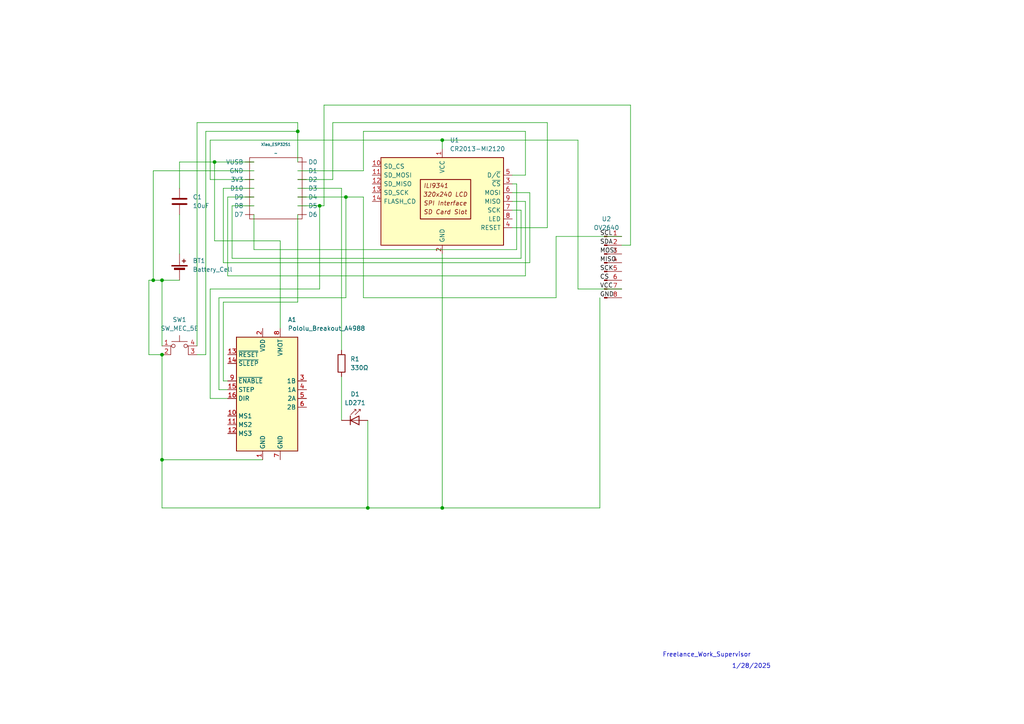
<source format=kicad_sch>
(kicad_sch (version 20231120) (generator "eeschema") (generator_version "8.0")
  (paper "A4")
  (lib_symbols
    (symbol "Connector:Conn_01x08_Pin" (pin_names (offset 1.016) hide)
      (property "Reference" "J" (at 0 10.16 0))
      (property "Value" "Conn_01x08_Pin" (at 0 -12.7 0))
      (symbol "Conn_01x08_Pin_1_1"
        (polyline (pts (xy 1.27 -10.16) (xy 0.8636 -10.16)) (stroke (width 0.1524)))
        (polyline (pts (xy 1.27 -7.62) (xy 0.8636 -7.62)) (stroke (width 0.1524)))
        (polyline (pts (xy 1.27 -5.08) (xy 0.8636 -5.08)) (stroke (width 0.1524)))
        (polyline (pts (xy 1.27 -2.54) (xy 0.8636 -2.54)) (stroke (width 0.1524)))
        (polyline (pts (xy 1.27 0) (xy 0.8636 0)) (stroke (width 0.1524)))
        (polyline (pts (xy 1.27 2.54) (xy 0.8636 2.54)) (stroke (width 0.1524)))
        (polyline (pts (xy 1.27 5.08) (xy 0.8636 5.08)) (stroke (width 0.1524)))
        (polyline (pts (xy 1.27 7.62) (xy 0.8636 7.62)) (stroke (width 0.1524)))
        (rectangle (start 0.8636 -10.033) (end 0 -10.287) (stroke (width 0.1524)) (fill (type outline)))
        (rectangle (start 0.8636 -7.493) (end 0 -7.747) (stroke (width 0.1524)) (fill (type outline)))
        (rectangle (start 0.8636 -4.953) (end 0 -5.207) (stroke (width 0.1524)) (fill (type outline)))
        (rectangle (start 0.8636 -2.413) (end 0 -2.667) (stroke (width 0.1524)) (fill (type outline)))
        (rectangle (start 0.8636 0.127) (end 0 -0.127) (stroke (width 0.1524)) (fill (type outline)))
        (rectangle (start 0.8636 2.667) (end 0 2.413) (stroke (width 0.1524)) (fill (type outline)))
        (rectangle (start 0.8636 5.207) (end 0 4.953) (stroke (width 0.1524)) (fill (type outline)))
        (rectangle (start 0.8636 7.747) (end 0 7.493) (stroke (width 0.1524)) (fill (type outline)))
        (pin passive line (at 5.08 7.62 180) (length 3.81) (name "Pin_1") (number "1"))
        (pin passive line (at 5.08 5.08 180) (length 3.81) (name "Pin_2") (number "2"))
        (pin passive line (at 5.08 2.54 180) (length 3.81) (name "Pin_3") (number "3"))
        (pin passive line (at 5.08 0 180) (length 3.81) (name "Pin_4") (number "4"))
        (pin passive line (at 5.08 -2.54 180) (length 3.81) (name "Pin_5") (number "5"))
        (pin passive line (at 5.08 -5.08 180) (length 3.81) (name "Pin_6") (number "6"))
        (pin passive line (at 5.08 -7.62 180) (length 3.81) (name "Pin_7") (number "7"))
        (pin passive line (at 5.08 -10.16 180) (length 3.81) (name "Pin_8") (number "8"))
      )
    )
    (symbol "Device:Battery_Cell" (pin_numbers hide) (pin_names (offset 0) hide)
      (property "Reference" "BT" (at 2.54 2.54 0))
      (property "Value" "Battery_Cell" (at 2.54 0 0))
      (symbol "Battery_Cell_0_1"
        (rectangle (start -2.286 1.778) (end 2.286 1.524) (fill (type outline)))
        (rectangle (start -1.524 1.016) (end 1.524 0.508) (fill (type outline)))
        (polyline (pts (xy 0 0.762) (xy 0 0)))
        (polyline (pts (xy 0 1.778) (xy 0 2.54)))
        (polyline (pts (xy 0.762 3.048) (xy 1.778 3.048)) (stroke (width 0.254)))
        (polyline (pts (xy 1.27 3.556) (xy 1.27 2.54)) (stroke (width 0.254)))
      )
      (symbol "Battery_Cell_1_1"
        (pin passive line (at 0 5.08 270) (length 2.54) (name "+") (number "1"))
        (pin passive line (at 0 -2.54 90) (length 2.54) (name "-") (number "2"))
      )
    )
    (symbol "Device:C" (pin_numbers hide) (pin_names (offset 0.254))
      (property "Reference" "C" (at 0.635 2.54 0))
      (property "Value" "C" (at 0.635 -2.54 0))
      (symbol "C_0_1"
        (polyline (pts (xy -2.032 -0.762) (xy 2.032 -0.762)) (stroke (width 0.508)))
        (polyline (pts (xy -2.032 0.762) (xy 2.032 0.762)) (stroke (width 0.508)))
      )
      (symbol "C_1_1"
        (pin passive line (at 0 3.81 270) (length 2.794) (name "~") (number "1"))
        (pin passive line (at 0 -3.81 90) (length 2.794) (name "~") (number "2"))
      )
    )
    (symbol "Device:R" (pin_numbers hide) (pin_names (offset 0))
      (property "Reference" "R" (at 2.032 0 90))
      (property "Value" "R" (at 0 0 90))
      (symbol "R_0_1"
        (rectangle (start -1.016 -2.54) (end 1.016 2.54) (stroke (width 0.254)))
      )
      (symbol "R_1_1"
        (pin passive line (at 0 3.81 270) (length 1.27) (name "~") (number "1"))
        (pin passive line (at 0 -3.81 90) (length 1.27) (name "~") (number "2"))
      )
    )
    (symbol "Driver_Display:CR2013-MI2120" (pin_names (offset 0.762))
      (property "Reference" "U" (at -17.526 13.97 0))
      (property "Value" "CR2013-MI2120" (at 1.905 13.97 0))
      (symbol "CR2013-MI2120_0_0"
        (text "320x240 LCD" (at 0.889 2.032 0) (effects (font (size 1.27 1.27) (italic yes))))
        (text "ILI9341" (at -5.461 4.572 0) (effects (font (size 1.27 1.27) (italic yes)) (justify left)))
        (text "SD Card Slot" (at -5.461 -3.048 0) (effects (font (size 1.27 1.27) (italic yes)) (justify left)))
        (text "SPI Interface" (at -5.461 -0.508 0) (effects (font (size 1.27 1.27) (italic yes)) (justify left)))
      )
      (symbol "CR2013-MI2120_0_1"
        (rectangle (start -17.78 12.7) (end 17.78 -12.7) (stroke (width 0.254)) (fill (type background)))
        (rectangle (start -6.35 6.35) (end 8.255 -5.08) (stroke (width 0.254)))
      )
      (symbol "CR2013-MI2120_1_1"
        (pin power_in line (at 0 15.24 270) (length 2.54) (name "VCC") (number "1"))
        (pin input line (at -20.32 10.16 0) (length 2.54) (name "SD_CS") (number "10"))
        (pin input line (at -20.32 7.62 0) (length 2.54) (name "SD_MOSI") (number "11"))
        (pin output line (at -20.32 5.08 0) (length 2.54) (name "SD_MISO") (number "12"))
        (pin input line (at -20.32 2.54 0) (length 2.54) (name "SD_SCK") (number "13"))
        (pin input line (at -20.32 0 0) (length 2.54) (name "FLASH_CD") (number "14"))
        (pin power_in line (at 0 -15.24 90) (length 2.54) (name "GND") (number "2"))
        (pin input line (at 20.32 5.08 180) (length 2.54) (name "~{CS}") (number "3"))
        (pin input line (at 20.32 -7.62 180) (length 2.54) (name "RESET") (number "4"))
        (pin input line (at 20.32 7.62 180) (length 2.54) (name "D/~{C}") (number "5"))
        (pin input line (at 20.32 2.54 180) (length 2.54) (name "MOSI") (number "6"))
        (pin input line (at 20.32 -2.54 180) (length 2.54) (name "SCK") (number "7"))
        (pin input line (at 20.32 -5.08 180) (length 2.54) (name "LED") (number "8"))
        (pin output line (at 20.32 0 180) (length 2.54) (name "MISO") (number "9"))
      )
    )
    (symbol "Driver_Motor:Pololu_Breakout_A4988"
      (property "Reference" "A" (at -2.54 19.05 0))
      (property "Value" "Pololu_Breakout_A4988" (at -2.54 16.51 0))
      (symbol "Pololu_Breakout_A4988_0_1"
        (rectangle (start 10.16 -17.78) (end -7.62 15.24) (stroke (width 0.254)) (fill (type background)))
      )
      (symbol "Pololu_Breakout_A4988_1_1"
        (pin power_in line (at 0 -20.32 90) (length 2.54) (name "GND") (number "1"))
        (pin input line (at -10.16 -7.62 0) (length 2.54) (name "MS1") (number "10"))
        (pin input line (at -10.16 -10.16 0) (length 2.54) (name "MS2") (number "11"))
        (pin input line (at -10.16 -12.7 0) (length 2.54) (name "MS3") (number "12"))
        (pin input line (at -10.16 10.16 0) (length 2.54) (name "~{RESET}") (number "13"))
        (pin input line (at -10.16 7.62 0) (length 2.54) (name "~{SLEEP}") (number "14"))
        (pin input line (at -10.16 0 0) (length 2.54) (name "STEP") (number "15"))
        (pin input line (at -10.16 -2.54 0) (length 2.54) (name "DIR") (number "16"))
        (pin power_in line (at 0 17.78 270) (length 2.54) (name "VDD") (number "2"))
        (pin output line (at 12.7 2.54 180) (length 2.54) (name "1B") (number "3"))
        (pin output line (at 12.7 0 180) (length 2.54) (name "1A") (number "4"))
        (pin output line (at 12.7 -2.54 180) (length 2.54) (name "2A") (number "5"))
        (pin output line (at 12.7 -5.08 180) (length 2.54) (name "2B") (number "6"))
        (pin power_in line (at 5.08 -20.32 90) (length 2.54) (name "GND") (number "7"))
        (pin power_in line (at 5.08 17.78 270) (length 2.54) (name "VMOT") (number "8"))
        (pin input line (at -10.16 2.54 0) (length 2.54) (name "~{ENABLE}") (number "9"))
      )
    )
    (symbol "LED:LD271" (pin_numbers hide) (pin_names (offset 1.016) hide)
      (property "Reference" "D" (at 0.508 1.778 0))
      (property "Value" "LD271" (at -1.016 -2.794 0))
      (symbol "LD271_0_1"
        (polyline (pts (xy -2.54 1.27) (xy -2.54 -1.27)) (stroke (width 0.254)))
        (polyline (pts (xy 0 0) (xy -2.54 0)))
        (polyline (pts (xy 0.381 3.175) (xy -0.127 3.175)))
        (polyline (pts (xy -1.143 1.651) (xy 0.381 3.175) (xy 0.381 2.667)))
        (polyline (pts (xy 0 -1.27) (xy -2.54 0) (xy 0 1.27) (xy 0 -1.27)) (stroke (width 0.254)))
        (polyline (pts (xy -2.413 1.651) (xy -0.889 3.175) (xy -0.889 2.667) (xy -0.889 3.175) (xy -1.397 3.175)))
      )
      (symbol "LD271_1_1"
        (pin passive line (at -5.08 0 0) (length 2.54) (name "K") (number "1"))
        (pin passive line (at 2.54 0 180) (length 2.54) (name "A") (number "2"))
      )
    )
    (symbol "Switch:SW_MEC_5E" (pin_names (offset 1.016) hide)
      (property "Reference" "SW" (at 0.635 5.715 0))
      (property "Value" "SW_MEC_5E" (at 0 -3.175 0))
      (symbol "SW_MEC_5E_0_1"
        (circle (center -1.778 2.54) (radius 0.508))
        (polyline (pts (xy -2.286 3.81) (xy 2.286 3.81)))
        (polyline (pts (xy 0 3.81) (xy 0 5.588)))
        (polyline (pts (xy -2.54 0) (xy -2.54 2.54) (xy -2.286 2.54)))
        (polyline (pts (xy 2.54 0) (xy 2.54 2.54) (xy 2.286 2.54)))
        (circle (center 1.778 2.54) (radius 0.508))
        (pin passive line (at -5.08 2.54 0) (length 2.54) (name "1") (number "1"))
        (pin passive line (at -5.08 0 0) (length 2.54) (name "2") (number "2"))
        (pin passive line (at 5.08 0 180) (length 2.54) (name "K") (number "3"))
        (pin passive line (at 5.08 2.54 180) (length 2.54) (name "A") (number "4"))
      )
    )
    (symbol "xiao_esp32S3:xiao_esp32S3"
      (property "Reference" "Xiao_ESP32S3" (at -3.302 0.762 0))
      (symbol "xiao_esp32S3_0_1"
        (rectangle (start -11.43 0) (end 3.81 -17.78))
      )
      (symbol "xiao_esp32S3_1_1"
        (pin input line (at -10.16 -6.35 180) (length 2.54) (name "3V3") (number ""))
        (pin bidirectional line (at 2.54 -1.27 0) (length 2.54) (name "D0") (number ""))
        (pin bidirectional line (at 2.54 -3.81 0) (length 2.54) (name "D1") (number ""))
        (pin input line (at -10.16 -8.89 180) (length 2.54) (name "D10") (number ""))
        (pin bidirectional line (at 2.54 -6.35 0) (length 2.54) (name "D2") (number ""))
        (pin bidirectional line (at 2.54 -8.89 0) (length 2.54) (name "D3") (number ""))
        (pin bidirectional line (at 2.54 -11.43 0) (length 2.54) (name "D4") (number ""))
        (pin bidirectional line (at 2.54 -13.97 0) (length 2.54) (name "D5") (number ""))
        (pin bidirectional line (at 2.54 -16.51 0) (length 2.54) (name "D6") (number ""))
        (pin input line (at -10.16 -16.51 180) (length 2.54) (name "D7") (number ""))
        (pin input line (at -10.16 -13.97 180) (length 2.54) (name "D8") (number ""))
        (pin input line (at -10.16 -11.43 180) (length 2.54) (name "D9") (number ""))
        (pin input line (at -10.16 -3.81 180) (length 2.54) (name "GND") (number ""))
        (pin input line (at -10.16 -1.27 180) (length 2.54) (name "VUSB") (number ""))
      )
    )
  )
  (junction (at 106.68 147.32))
  (junction (at 46.99 133.35))
  (junction (at 128.27 40.64))
  (junction (at 128.27 147.32))
  (junction (at 46.99 81.28))
  (junction (at 62.23 46.99))
  (junction (at 100.33 57.15))
  (junction (at 46.99 102.87))
  (junction (at 44.45 81.28))
  (junction (at 92.71 59.69))
  (junction (at 86.36 38.1))
  (wire (pts (xy 92.71 59.69) (xy 92.71 83.82)))
  (wire (pts (xy 86.36 62.23) (xy 86.36 87.63)))
  (wire (pts (xy 148.59 50.8) (xy 152.4 50.8)))
  (wire (pts (xy 76.2 133.35) (xy 46.99 133.35)))
  (wire (pts (xy 105.41 57.15) (xy 105.41 86.36)))
  (wire (pts (xy 92.71 59.69) (xy 93.98 59.69)))
  (wire (pts (xy 182.88 30.48) (xy 182.88 71.12)))
  (wire (pts (xy 86.36 59.69) (xy 92.71 59.69)))
  (wire (pts (xy 73.66 54.61) (xy 64.77 54.61)))
  (wire (pts (xy 86.36 38.1) (xy 86.36 46.99)))
  (wire (pts (xy 86.36 52.07) (xy 96.52 52.07)))
  (wire (pts (xy 64.77 76.2) (xy 153.67 76.2)))
  (wire (pts (xy 180.34 83.82) (xy 167.64 83.82)))
  (wire (pts (xy 148.59 60.96) (xy 151.13 60.96)))
  (wire (pts (xy 106.68 147.32) (xy 128.27 147.32)))
  (wire (pts (xy 158.75 35.56) (xy 158.75 66.04)))
  (wire (pts (xy 60.96 83.82) (xy 92.71 83.82)))
  (wire (pts (xy 64.77 54.61) (xy 64.77 76.2)))
  (wire (pts (xy 96.52 35.56) (xy 158.75 35.56)))
  (wire (pts (xy 46.99 102.87) (xy 46.99 133.35)))
  (wire (pts (xy 106.68 121.92) (xy 106.68 147.32)))
  (wire (pts (xy 43.18 102.87) (xy 43.18 81.28)))
  (wire (pts (xy 153.67 76.2) (xy 153.67 55.88)))
  (wire (pts (xy 60.96 52.07) (xy 73.66 52.07)))
  (wire (pts (xy 62.23 46.99) (xy 62.23 69.85)))
  (wire (pts (xy 86.36 49.53) (xy 105.41 49.53)))
  (wire (pts (xy 152.4 80.01) (xy 152.4 58.42)))
  (wire (pts (xy 64.77 110.49) (xy 64.77 87.63)))
  (wire (pts (xy 66.04 57.15) (xy 66.04 80.01)))
  (wire (pts (xy 86.36 35.56) (xy 86.36 38.1)))
  (wire (pts (xy 64.77 87.63) (xy 86.36 87.63)))
  (wire (pts (xy 63.5 113.03) (xy 63.5 86.36)))
  (wire (pts (xy 86.36 57.15) (xy 100.33 57.15)))
  (wire (pts (xy 148.59 53.34) (xy 149.86 53.34)))
  (wire (pts (xy 62.23 46.99) (xy 73.66 46.99)))
  (wire (pts (xy 52.07 46.99) (xy 62.23 46.99)))
  (wire (pts (xy 60.96 40.64) (xy 60.96 52.07)))
  (wire (pts (xy 148.59 66.04) (xy 158.75 66.04)))
  (wire (pts (xy 59.69 102.87) (xy 59.69 38.1)))
  (wire (pts (xy 57.15 35.56) (xy 86.36 35.56)))
  (wire (pts (xy 149.86 53.34) (xy 149.86 72.39)))
  (wire (pts (xy 46.99 147.32) (xy 106.68 147.32)))
  (wire (pts (xy 66.04 80.01) (xy 152.4 80.01)))
  (wire (pts (xy 128.27 43.18) (xy 128.27 40.64)))
  (wire (pts (xy 161.29 68.58) (xy 161.29 86.36)))
  (wire (pts (xy 57.15 100.33) (xy 57.15 35.56)))
  (wire (pts (xy 63.5 86.36) (xy 100.33 86.36)))
  (wire (pts (xy 99.06 109.22) (xy 99.06 121.92)))
  (wire (pts (xy 43.18 102.87) (xy 46.99 102.87)))
  (wire (pts (xy 128.27 40.64) (xy 167.64 40.64)))
  (wire (pts (xy 149.86 72.39) (xy 73.66 72.39)))
  (wire (pts (xy 151.13 74.93) (xy 67.31 74.93)))
  (wire (pts (xy 67.31 59.69) (xy 73.66 59.69)))
  (wire (pts (xy 73.66 57.15) (xy 66.04 57.15)))
  (wire (pts (xy 43.18 81.28) (xy 44.45 81.28)))
  (wire (pts (xy 73.66 49.53) (xy 44.45 49.53)))
  (wire (pts (xy 148.59 58.42) (xy 152.4 58.42)))
  (wire (pts (xy 105.41 86.36) (xy 161.29 86.36)))
  (wire (pts (xy 73.66 72.39) (xy 73.66 62.23)))
  (wire (pts (xy 105.41 38.1) (xy 152.4 38.1)))
  (wire (pts (xy 105.41 49.53) (xy 105.41 38.1)))
  (wire (pts (xy 44.45 49.53) (xy 44.45 81.28)))
  (wire (pts (xy 93.98 59.69) (xy 93.98 30.48)))
  (wire (pts (xy 153.67 55.88) (xy 148.59 55.88)))
  (wire (pts (xy 99.06 54.61) (xy 99.06 101.6)))
  (wire (pts (xy 152.4 38.1) (xy 152.4 50.8)))
  (wire (pts (xy 128.27 73.66) (xy 128.27 147.32)))
  (wire (pts (xy 46.99 133.35) (xy 46.99 147.32)))
  (wire (pts (xy 52.07 54.61) (xy 52.07 46.99)))
  (wire (pts (xy 46.99 81.28) (xy 52.07 81.28)))
  (wire (pts (xy 66.04 113.03) (xy 63.5 113.03)))
  (wire (pts (xy 173.99 86.36) (xy 173.99 147.32)))
  (wire (pts (xy 52.07 62.23) (xy 52.07 73.66)))
  (wire (pts (xy 67.31 74.93) (xy 67.31 59.69)))
  (wire (pts (xy 128.27 40.64) (xy 60.96 40.64)))
  (wire (pts (xy 167.64 83.82) (xy 167.64 40.64)))
  (wire (pts (xy 44.45 81.28) (xy 46.99 81.28)))
  (wire (pts (xy 57.15 102.87) (xy 59.69 102.87)))
  (wire (pts (xy 93.98 30.48) (xy 182.88 30.48)))
  (wire (pts (xy 59.69 38.1) (xy 86.36 38.1)))
  (wire (pts (xy 100.33 86.36) (xy 100.33 57.15)))
  (wire (pts (xy 161.29 68.58) (xy 180.34 68.58)))
  (wire (pts (xy 182.88 71.12) (xy 180.34 71.12)))
  (wire (pts (xy 100.33 57.15) (xy 105.41 57.15)))
  (wire (pts (xy 86.36 54.61) (xy 99.06 54.61)))
  (wire (pts (xy 81.28 95.25) (xy 81.28 69.85)))
  (wire (pts (xy 81.28 69.85) (xy 62.23 69.85)))
  (wire (pts (xy 151.13 60.96) (xy 151.13 74.93)))
  (wire (pts (xy 66.04 110.49) (xy 64.77 110.49)))
  (wire (pts (xy 96.52 52.07) (xy 96.52 35.56)))
  (wire (pts (xy 128.27 147.32) (xy 173.99 147.32)))
  (wire (pts (xy 60.96 115.57) (xy 60.96 83.82)))
  (wire (pts (xy 66.04 115.57) (xy 60.96 115.57)))
  (wire (pts (xy 46.99 100.33) (xy 46.99 81.28)))
  (text "1/28/2025" (at 217.932 193.294 0) (effects (font (size 1.27 1.27))))
  (text "Freelance_Work_Supervisor\n" (at 204.978 189.992 0) (effects (font (size 1.27 1.27))))
  (label "SCL" (at 173.99 68.58 0))
  (label "SDA" (at 173.99 71.12 0))
  (label "MOSI" (at 173.99 73.66 0))
  (label "VCC" (at 173.99 83.82 0))
  (label "MISO" (at 173.99 76.2 0))
  (label "CS" (at 173.99 81.28 0))
  (label "SCK" (at 173.99 78.74 0))
  (label "GND" (at 173.99 86.36 0))
  (symbol (lib_id "LED:LD271") (at 104.14 121.92 0) (unit 1)
    (property "Reference" "D1" (at 102.997 114.3 0))
    (property "Value" "LD271" (at 102.997 116.84 0))
    (property "Footprint" "LED_THT:LED_D5.0mm_IRGrey" (effects (hide yes)))
    (property "Datasheet" "http://www.alliedelec.com/m/d/40788c34903a719969df15f1fbea1056.pdf" (effects (hide yes)))
    (property "Description" "940nm IR-LED, 5mm" (effects (hide yes)))
  )
  (symbol (lib_id "Switch:SW_MEC_5E") (at 52.07 102.87 0) (unit 1)
    (property "Reference" "SW1" (at 52.07 92.71 0))
    (property "Value" "SW_MEC_5E" (at 52.07 95.25 0))
    (property "Footprint" "Battery:BatteryHolder_Keystone_2993" (effects (hide yes)))
    (property "Datasheet" "http://www.apem.com/int/index.php?controller=attachment&id_attachment=1371" (effects (hide yes)))
    (property "Description" "MEC 5E single pole normally-open tactile switch" (effects (hide yes)))
  )
  (symbol (lib_id "Driver_Display:CR2013-MI2120") (at 128.27 58.42 0) (unit 1)
    (property "Reference" "U1" (at 130.4641 40.64 0) (effects (justify left)))
    (property "Value" "CR2013-MI2120" (at 130.4641 43.18 0) (effects (justify left)))
    (property "Footprint" "Display:CR2013-MI2120" (effects (hide yes)))
    (property "Datasheet" "http://pan.baidu.com/s/11Y990" (effects (hide yes)))
    (property "Description" "ILI9341 controller, SPI TFT LCD Display, 9-pin breakout PCB, 4-pin SD card interface, 5V/3.3V" (effects (hide yes)))
  )
  (symbol (lib_id "Connector:Conn_01x08_Pin") (at 175.26 76.2 0) (unit 1)
    (property "Reference" "U2" (at 175.895 63.5 0))
    (property "Value" "OV2640" (at 175.895 66.04 0))
    (property "Footprint" "Battery:BatteryHolder_Keystone_2993" (effects (hide yes)))
    (property "Description" "Generic connector, single row, 01x08, script generated" (effects (hide yes)))
  )
  (symbol (lib_id "Device:R") (at 99.06 105.41 0) (unit 1)
    (property "Reference" "R1" (at 101.6 104.1399 0) (effects (justify left)))
    (property "Value" "330Ω" (at 101.6 106.6799 0) (effects (justify left)))
    (property "Footprint" "Battery:BatteryHolder_Keystone_2993" (effects (hide yes)))
    (property "Description" "Resistor" (effects (hide yes)))
  )
  (symbol (lib_id "Device:C") (at 52.07 58.42 0) (unit 1)
    (property "Reference" "C1" (at 55.88 57.1499 0) (effects (justify left)))
    (property "Value" "10uF" (at 55.88 59.6899 0) (effects (justify left)))
    (property "Footprint" "Capacitor_SMD:C_0805_2012Metric_Pad1.18x1.45mm_HandSolder" (effects (hide yes)))
  )
  (symbol (lib_id "Driver_Motor:Pololu_Breakout_A4988") (at 76.2 113.03 0) (unit 1)
    (property "Reference" "A1" (at 83.4741 92.71 0) (effects (justify left)))
    (property "Value" "Pololu_Breakout_A4988" (at 83.4741 95.25 0) (effects (justify left)))
    (property "Footprint" "Module:Pololu_Breakout-16_15.2x20.3mm" (effects (hide yes)))
    (property "Datasheet" "https://www.pololu.com/product/2980/pictures" (effects (hide yes)))
    (property "Description" "Pololu Breakout Board, Stepper Driver A4988" (effects (hide yes)))
  )
  (symbol (lib_id "xiao_esp32S3:xiao_esp32S3") (at 83.82 45.72 0) (unit 1)
    (property "Reference" "Xiao_ESP32S1" (at 80.01 41.91 0) (effects (font (size 0.8 0.8))))
    (property "Value" "~" (at 80.01 44.45 0))
    (property "Footprint" "Battery:BatteryHolder_Keystone_2993" (effects (hide yes)))
  )
  (symbol (lib_id "Device:Battery_Cell") (at 52.07 78.74 0) (unit 1)
    (property "Reference" "BT1" (at 55.88 75.6284 0) (effects (justify left)))
    (property "Value" "Battery_Cell" (at 55.88 78.1684 0) (effects (justify left)))
    (property "Footprint" "Battery:BatteryHolder_Keystone_2993" (effects (hide yes)))
    (property "Description" "Single-cell battery" (effects (hide yes)))
  )
)
</source>
